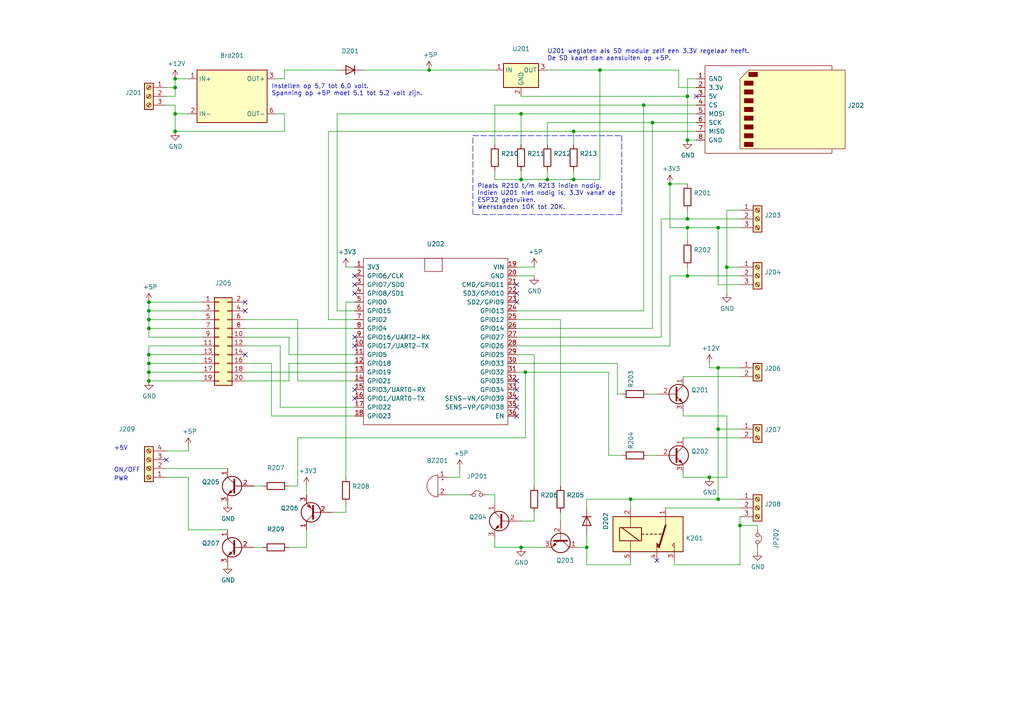
<source format=kicad_sch>
(kicad_sch (version 20211123) (generator eeschema)
  (paper "A4")
  (title_block (title "Brewboard") (date "2021-07-05") (rev "1.2") (company "MBSE") (comment 1 "Mainboard"))
  (lib_symbols
    (symbol "Connector:Screw_Terminal_01x02" (pin_names (offset 1.016) hide)
      (property "Reference" "J" (at 0 2.54 0))
      (property "Value" "Screw_Terminal_01x02" (at 0 -5.08 0))
      (symbol "Screw_Terminal_01x02_1_1"
        (rectangle (start -1.27 1.27) (end 1.27 -3.81) (stroke (width 0.254)) (fill (type background)))
        (circle (center 0 -2.54) (radius 0.635) (stroke (width 0.1524)))
        (polyline (pts (xy -0.5334 -2.2098) (xy 0.3302 -3.048)) (stroke (width 0.1524)))
        (polyline (pts (xy -0.5334 0.3302) (xy 0.3302 -0.508)) (stroke (width 0.1524)))
        (polyline (pts (xy -0.3556 -2.032) (xy 0.508 -2.8702)) (stroke (width 0.1524)))
        (polyline (pts (xy -0.3556 0.508) (xy 0.508 -0.3302)) (stroke (width 0.1524)))
        (circle (center 0 0) (radius 0.635) (stroke (width 0.1524)))
        (pin passive line (at -5.08 0 0) (length 3.81) (name "Pin_1") (number "1"))
        (pin passive line (at -5.08 -2.54 0) (length 3.81) (name "Pin_2") (number "2"))
      )
    )
    (symbol "Connector:Screw_Terminal_01x03" (pin_names (offset 1.016) hide)
      (property "Reference" "J" (at 0 5.08 0))
      (property "Value" "Screw_Terminal_01x03" (at 0 -5.08 0))
      (symbol "Screw_Terminal_01x03_1_1"
        (rectangle (start -1.27 3.81) (end 1.27 -3.81) (stroke (width 0.254)) (fill (type background)))
        (circle (center 0 -2.54) (radius 0.635) (stroke (width 0.1524)))
        (polyline (pts (xy -0.5334 -2.2098) (xy 0.3302 -3.048)) (stroke (width 0.1524)))
        (polyline (pts (xy -0.5334 0.3302) (xy 0.3302 -0.508)) (stroke (width 0.1524)))
        (polyline (pts (xy -0.5334 2.8702) (xy 0.3302 2.032)) (stroke (width 0.1524)))
        (polyline (pts (xy -0.3556 -2.032) (xy 0.508 -2.8702)) (stroke (width 0.1524)))
        (polyline (pts (xy -0.3556 0.508) (xy 0.508 -0.3302)) (stroke (width 0.1524)))
        (polyline (pts (xy -0.3556 3.048) (xy 0.508 2.2098)) (stroke (width 0.1524)))
        (circle (center 0 0) (radius 0.635) (stroke (width 0.1524)))
        (circle (center 0 2.54) (radius 0.635) (stroke (width 0.1524)))
        (pin passive line (at -5.08 2.54 0) (length 3.81) (name "Pin_1") (number "1"))
        (pin passive line (at -5.08 0 0) (length 3.81) (name "Pin_2") (number "2"))
        (pin passive line (at -5.08 -2.54 0) (length 3.81) (name "Pin_3") (number "3"))
      )
    )
    (symbol "Connector:Screw_Terminal_01x04" (pin_names (offset 1.016) hide)
      (property "Reference" "J" (at 0 5.08 0))
      (property "Value" "Screw_Terminal_01x04" (at 0 -7.62 0))
      (symbol "Screw_Terminal_01x04_1_1"
        (rectangle (start -1.27 3.81) (end 1.27 -6.35) (stroke (width 0.254)) (fill (type background)))
        (circle (center 0 -5.08) (radius 0.635) (stroke (width 0.1524)))
        (circle (center 0 -2.54) (radius 0.635) (stroke (width 0.1524)))
        (polyline (pts (xy -0.5334 -4.7498) (xy 0.3302 -5.588)) (stroke (width 0.1524)))
        (polyline (pts (xy -0.5334 -2.2098) (xy 0.3302 -3.048)) (stroke (width 0.1524)))
        (polyline (pts (xy -0.5334 0.3302) (xy 0.3302 -0.508)) (stroke (width 0.1524)))
        (polyline (pts (xy -0.5334 2.8702) (xy 0.3302 2.032)) (stroke (width 0.1524)))
        (polyline (pts (xy -0.3556 -4.572) (xy 0.508 -5.4102)) (stroke (width 0.1524)))
        (polyline (pts (xy -0.3556 -2.032) (xy 0.508 -2.8702)) (stroke (width 0.1524)))
        (polyline (pts (xy -0.3556 0.508) (xy 0.508 -0.3302)) (stroke (width 0.1524)))
        (polyline (pts (xy -0.3556 3.048) (xy 0.508 2.2098)) (stroke (width 0.1524)))
        (circle (center 0 0) (radius 0.635) (stroke (width 0.1524)))
        (circle (center 0 2.54) (radius 0.635) (stroke (width 0.1524)))
        (pin passive line (at -5.08 2.54 0) (length 3.81) (name "Pin_1") (number "1"))
        (pin passive line (at -5.08 0 0) (length 3.81) (name "Pin_2") (number "2"))
        (pin passive line (at -5.08 -2.54 0) (length 3.81) (name "Pin_3") (number "3"))
        (pin passive line (at -5.08 -5.08 0) (length 3.81) (name "Pin_4") (number "4"))
      )
    )
    (symbol "Connector_Generic:Conn_02x10_Odd_Even" (pin_names (offset 1.016) hide)
      (property "Reference" "J" (at 1.27 12.7 0))
      (property "Value" "Conn_02x10_Odd_Even" (at 1.27 -15.24 0))
      (symbol "Conn_02x10_Odd_Even_1_1"
        (rectangle (start -1.27 -12.573) (end 0 -12.827) (stroke (width 0.1524)))
        (rectangle (start -1.27 -10.033) (end 0 -10.287) (stroke (width 0.1524)))
        (rectangle (start -1.27 -7.493) (end 0 -7.747) (stroke (width 0.1524)))
        (rectangle (start -1.27 -4.953) (end 0 -5.207) (stroke (width 0.1524)))
        (rectangle (start -1.27 -2.413) (end 0 -2.667) (stroke (width 0.1524)))
        (rectangle (start -1.27 0.127) (end 0 -0.127) (stroke (width 0.1524)))
        (rectangle (start -1.27 2.667) (end 0 2.413) (stroke (width 0.1524)))
        (rectangle (start -1.27 5.207) (end 0 4.953) (stroke (width 0.1524)))
        (rectangle (start -1.27 7.747) (end 0 7.493) (stroke (width 0.1524)))
        (rectangle (start -1.27 10.287) (end 0 10.033) (stroke (width 0.1524)))
        (rectangle (start -1.27 11.43) (end 3.81 -13.97) (stroke (width 0.254)) (fill (type background)))
        (rectangle (start 3.81 -12.573) (end 2.54 -12.827) (stroke (width 0.1524)))
        (rectangle (start 3.81 -10.033) (end 2.54 -10.287) (stroke (width 0.1524)))
        (rectangle (start 3.81 -7.493) (end 2.54 -7.747) (stroke (width 0.1524)))
        (rectangle (start 3.81 -4.953) (end 2.54 -5.207) (stroke (width 0.1524)))
        (rectangle (start 3.81 -2.413) (end 2.54 -2.667) (stroke (width 0.1524)))
        (rectangle (start 3.81 0.127) (end 2.54 -0.127) (stroke (width 0.1524)))
        (rectangle (start 3.81 2.667) (end 2.54 2.413) (stroke (width 0.1524)))
        (rectangle (start 3.81 5.207) (end 2.54 4.953) (stroke (width 0.1524)))
        (rectangle (start 3.81 7.747) (end 2.54 7.493) (stroke (width 0.1524)))
        (rectangle (start 3.81 10.287) (end 2.54 10.033) (stroke (width 0.1524)))
        (pin passive line (at -5.08 10.16 0) (length 3.81) (name "Pin_1") (number "1"))
        (pin passive line (at 7.62 0 180) (length 3.81) (name "Pin_10") (number "10"))
        (pin passive line (at -5.08 -2.54 0) (length 3.81) (name "Pin_11") (number "11"))
        (pin passive line (at 7.62 -2.54 180) (length 3.81) (name "Pin_12") (number "12"))
        (pin passive line (at -5.08 -5.08 0) (length 3.81) (name "Pin_13") (number "13"))
        (pin passive line (at 7.62 -5.08 180) (length 3.81) (name "Pin_14") (number "14"))
        (pin passive line (at -5.08 -7.62 0) (length 3.81) (name "Pin_15") (number "15"))
        (pin passive line (at 7.62 -7.62 180) (length 3.81) (name "Pin_16") (number "16"))
        (pin passive line (at -5.08 -10.16 0) (length 3.81) (name "Pin_17") (number "17"))
        (pin passive line (at 7.62 -10.16 180) (length 3.81) (name "Pin_18") (number "18"))
        (pin passive line (at -5.08 -12.7 0) (length 3.81) (name "Pin_19") (number "19"))
        (pin passive line (at 7.62 10.16 180) (length 3.81) (name "Pin_2") (number "2"))
        (pin passive line (at 7.62 -12.7 180) (length 3.81) (name "Pin_20") (number "20"))
        (pin passive line (at -5.08 7.62 0) (length 3.81) (name "Pin_3") (number "3"))
        (pin passive line (at 7.62 7.62 180) (length 3.81) (name "Pin_4") (number "4"))
        (pin passive line (at -5.08 5.08 0) (length 3.81) (name "Pin_5") (number "5"))
        (pin passive line (at 7.62 5.08 180) (length 3.81) (name "Pin_6") (number "6"))
        (pin passive line (at -5.08 2.54 0) (length 3.81) (name "Pin_7") (number "7"))
        (pin passive line (at 7.62 2.54 180) (length 3.81) (name "Pin_8") (number "8"))
        (pin passive line (at -5.08 0 0) (length 3.81) (name "Pin_9") (number "9"))
      )
    )
    (symbol "Converter_DCDC:OKI-78SR-3.3_1.5-W36-C"
      (property "Reference" "U" (at -3.81 3.175 0))
      (property "Value" "OKI-78SR-3.3_1.5-W36-C" (at 0 3.175 0))
      (symbol "OKI-78SR-3.3_1.5-W36-C_0_1"
        (rectangle (start -5.08 1.905) (end 5.08 -5.08) (stroke (width 0.254)) (fill (type background)))
      )
      (symbol "OKI-78SR-3.3_1.5-W36-C_1_1"
        (pin power_in line (at -7.62 0 0) (length 2.54) (name "IN") (number "1"))
        (pin power_in line (at 0 -7.62 90) (length 2.54) (name "GND") (number "2"))
        (pin power_out line (at 7.62 0 180) (length 2.54) (name "OUT") (number "3"))
      )
    )
    (symbol "Device:Buzzer" (pin_names (offset 0.0254) hide)
      (property "Reference" "BZ" (at 3.81 1.27 0))
      (property "Value" "Buzzer" (at 3.81 -1.27 0))
      (symbol "Buzzer_0_1"
        (arc (start 0 -3.175) (mid 3.175 0) (end 0 3.175))
        (polyline (pts (xy -1.651 1.905) (xy -1.143 1.905)))
        (polyline (pts (xy -1.397 2.159) (xy -1.397 1.651)))
        (polyline (pts (xy 0 3.175) (xy 0 -3.175)))
      )
      (symbol "Buzzer_1_1"
        (pin passive line (at -2.54 2.54 0) (length 2.54) (name "-") (number "1"))
        (pin passive line (at -2.54 -2.54 0) (length 2.54) (name "+") (number "2"))
      )
    )
    (symbol "Device:Q_PNP_CBE" (pin_names (offset 0) hide)
      (property "Reference" "Q" (at 5.08 1.27 0))
      (property "Value" "Q_PNP_CBE" (at 5.08 -1.27 0))
      (symbol "Q_PNP_CBE_0_1"
        (polyline (pts (xy 0.635 0.635) (xy 2.54 2.54)))
        (polyline (pts (xy 0.635 -0.635) (xy 2.54 -2.54) (xy 2.54 -2.54)))
        (polyline (pts (xy 0.635 1.905) (xy 0.635 -1.905) (xy 0.635 -1.905)) (stroke (width 0.508)))
        (polyline (pts (xy 2.286 -1.778) (xy 1.778 -2.286) (xy 1.27 -1.27) (xy 2.286 -1.778) (xy 2.286 -1.778)) (fill (type outline)))
        (circle (center 1.27 0) (radius 2.8194) (stroke (width 0.254)))
      )
      (symbol "Q_PNP_CBE_1_1"
        (pin passive line (at 2.54 5.08 270) (length 2.54) (name "C") (number "1"))
        (pin input line (at -5.08 0 0) (length 5.715) (name "B") (number "2"))
        (pin passive line (at 2.54 -5.08 90) (length 2.54) (name "E") (number "3"))
      )
    )
    (symbol "Device:R" (pin_numbers hide) (pin_names (offset 0))
      (property "Reference" "R" (at 2.032 0 90))
      (property "Value" "R" (at 0 0 90))
      (symbol "R_0_1"
        (rectangle (start -1.016 -2.54) (end 1.016 2.54) (stroke (width 0.254)))
      )
      (symbol "R_1_1"
        (pin passive line (at 0 3.81 270) (length 1.27) (name "~") (number "1"))
        (pin passive line (at 0 -3.81 90) (length 1.27) (name "~") (number "2"))
      )
    )
    (symbol "Diode:1N4148" (pin_numbers hide) (pin_names (offset 1.016) hide)
      (property "Reference" "D" (at 0 2.54 0))
      (property "Value" "1N4148" (at 0 -2.54 0))
      (symbol "1N4148_0_1"
        (polyline (pts (xy -1.27 1.27) (xy -1.27 -1.27)) (stroke (width 0.254)))
        (polyline (pts (xy 1.27 0) (xy -1.27 0)))
        (polyline (pts (xy 1.27 1.27) (xy 1.27 -1.27) (xy -1.27 0) (xy 1.27 1.27)) (stroke (width 0.254)))
      )
      (symbol "1N4148_1_1"
        (pin passive line (at -3.81 0 0) (length 2.54) (name "K") (number "1"))
        (pin passive line (at 3.81 0 180) (length 2.54) (name "A") (number "2"))
      )
    )
    (symbol "ESP32-DOIT-Devkit-V1:DOIT-ESP32-DEVKIT-V1" (pin_names (offset 1.016))
      (property "Reference" "U" (at 1.27 -49.53 0))
      (property "Value" "DOIT-ESP32-DEVKIT-V1" (at 0 -52.07 0))
      (symbol "DOIT-ESP32-DEVKIT-V1_0_1"
        (rectangle (start -20.32 -48.26) (end 21.59 0))
        (rectangle (start 2.54 0) (end -2.54 -3.81))
      )
      (symbol "DOIT-ESP32-DEVKIT-V1_1_1"
        (pin power_out line (at -22.86 -2.54 0) (length 2.54) (name "3V3") (number "1"))
        (pin output line (at -22.86 -25.4 0) (length 2.54) (name "GPIO17/UART2-TX") (number "10"))
        (pin bidirectional line (at -22.86 -27.94 0) (length 2.54) (name "GPIO5") (number "11"))
        (pin bidirectional line (at -22.86 -30.48 0) (length 2.54) (name "GPIO18") (number "12"))
        (pin bidirectional line (at -22.86 -33.02 0) (length 2.54) (name "GPIO19") (number "13"))
        (pin bidirectional line (at -22.86 -35.56 0) (length 2.54) (name "GPIO21") (number "14"))
        (pin input line (at -22.86 -38.1 0) (length 2.54) (name "GPIO3/UART0-RX") (number "15"))
        (pin output line (at -22.86 -40.64 0) (length 2.54) (name "GPIO1/UART0-TX") (number "16"))
        (pin bidirectional line (at -22.86 -43.18 0) (length 2.54) (name "GPIO22") (number "17"))
        (pin bidirectional line (at -22.86 -45.72 0) (length 2.54) (name "GPIO23") (number "18"))
        (pin power_in line (at 24.13 -2.54 180) (length 2.54) (name "VIN") (number "19"))
        (pin unspecified line (at -22.86 -5.08 0) (length 2.54) (name "GPIO6/CLK") (number "2"))
        (pin power_in line (at 24.13 -5.08 180) (length 2.54) (name "GND") (number "20"))
        (pin unspecified line (at 24.13 -7.62 180) (length 2.54) (name "CMD/GPIO11") (number "21"))
        (pin unspecified line (at 24.13 -10.16 180) (length 2.54) (name "SD3/GPIO10") (number "22"))
        (pin unspecified line (at 24.13 -12.7 180) (length 2.54) (name "SD2/GPIO9") (number "23"))
        (pin bidirectional line (at 24.13 -15.24 180) (length 2.54) (name "GPIO13") (number "24"))
        (pin bidirectional line (at 24.13 -17.78 180) (length 2.54) (name "GPIO12") (number "25"))
        (pin bidirectional line (at 24.13 -20.32 180) (length 2.54) (name "GPIO14") (number "26"))
        (pin bidirectional line (at 24.13 -22.86 180) (length 2.54) (name "GPIO27") (number "27"))
        (pin bidirectional line (at 24.13 -25.4 180) (length 2.54) (name "GPIO26") (number "28"))
        (pin bidirectional line (at 24.13 -27.94 180) (length 2.54) (name "GPIO25") (number "29"))
        (pin unspecified line (at -22.86 -7.62 0) (length 2.54) (name "GPIO7/SD0") (number "3"))
        (pin bidirectional line (at 24.13 -30.48 180) (length 2.54) (name "GPIO33") (number "30"))
        (pin bidirectional line (at 24.13 -33.02 180) (length 2.54) (name "GPIO32") (number "31"))
        (pin bidirectional line (at 24.13 -35.56 180) (length 2.54) (name "GPIO35") (number "32"))
        (pin bidirectional line (at 24.13 -38.1 180) (length 2.54) (name "GPIO34") (number "33"))
        (pin bidirectional line (at 24.13 -40.64 180) (length 2.54) (name "SENS-VN/GPIO39") (number "34"))
        (pin bidirectional line (at 24.13 -43.18 180) (length 2.54) (name "SENS-VP/GPIO38") (number "35"))
        (pin input line (at 24.13 -45.72 180) (length 2.54) (name "EN") (number "36"))
        (pin unspecified line (at -22.86 -10.16 0) (length 2.54) (name "GPIO8/SD1") (number "4"))
        (pin bidirectional line (at -22.86 -12.7 0) (length 2.54) (name "GPIO0") (number "5"))
        (pin bidirectional line (at -22.86 -15.24 0) (length 2.54) (name "GPIO15") (number "6"))
        (pin bidirectional line (at -22.86 -17.78 0) (length 2.54) (name "GPIO2") (number "7"))
        (pin bidirectional line (at -22.86 -20.32 0) (length 2.54) (name "GPIO4") (number "8"))
        (pin input line (at -22.86 -22.86 0) (length 2.54) (name "GPIO16/UART2-RX") (number "9"))
      )
    )
    (symbol "Relay:G5LE-1"
      (property "Reference" "K" (at 11.43 3.81 0))
      (property "Value" "G5LE-1" (at 11.43 1.27 0))
      (symbol "G5LE-1_0_0"
        (polyline (pts (xy 7.62 5.08) (xy 7.62 2.54) (xy 6.985 3.175) (xy 7.62 3.81)))
      )
      (symbol "G5LE-1_0_1"
        (rectangle (start -10.16 5.08) (end 10.16 -5.08) (stroke (width 0.254)) (fill (type background)))
        (rectangle (start -8.255 1.905) (end -1.905 -1.905) (stroke (width 0.254)))
        (polyline (pts (xy -7.62 -1.905) (xy -2.54 1.905)) (stroke (width 0.254)))
        (polyline (pts (xy -5.08 -5.08) (xy -5.08 -1.905)))
        (polyline (pts (xy -5.08 5.08) (xy -5.08 1.905)))
        (polyline (pts (xy -1.905 0) (xy -1.27 0)) (stroke (width 0.254)))
        (polyline (pts (xy -0.635 0) (xy 0 0)) (stroke (width 0.254)))
        (polyline (pts (xy 0.635 0) (xy 1.27 0)) (stroke (width 0.254)))
        (polyline (pts (xy 1.905 0) (xy 2.54 0)) (stroke (width 0.254)))
        (polyline (pts (xy 3.175 0) (xy 3.81 0)) (stroke (width 0.254)))
        (polyline (pts (xy 5.08 -2.54) (xy 3.175 3.81)) (stroke (width 0.508)))
        (polyline (pts (xy 5.08 -2.54) (xy 5.08 -5.08)))
        (polyline (pts (xy 2.54 5.08) (xy 2.54 2.54) (xy 3.175 3.175) (xy 2.54 3.81)) (fill (type outline)))
      )
      (symbol "G5LE-1_1_1"
        (pin passive line (at 5.08 -7.62 90) (length 2.54) (name "~") (number "1"))
        (pin passive line (at -5.08 -7.62 90) (length 2.54) (name "~") (number "2"))
        (pin passive line (at 7.62 7.62 270) (length 2.54) (name "~") (number "3"))
        (pin passive line (at 2.54 7.62 270) (length 2.54) (name "~") (number "4"))
        (pin passive line (at -5.08 7.62 270) (length 2.54) (name "~") (number "5"))
      )
    )
    (symbol "TFT-SD:LM2596"
      (property "Reference" "Brd" (at -8.89 8.89 0))
      (property "Value" "LM2596" (at 1.27 8.89 0))
      (symbol "LM2596_0_1"
        (rectangle (start -10.16 7.62) (end 10.16 -7.62) (stroke (width 0.254)) (fill (type background)))
      )
      (symbol "LM2596_1_1"
        (pin power_in line (at -12.7 5.08 0) (length 2.54) (name "IN+") (number "1"))
        (pin power_in line (at -12.7 -5.08 0) (length 2.54) (name "IN-") (number "2"))
        (pin power_out line (at 12.7 5.08 180) (length 2.54) (name "OUT+") (number "3"))
        (pin power_out line (at 12.7 -5.08 180) (length 2.54) (name "OUT-") (number "6"))
      )
    )
    (symbol "TFT-SD:SD_Card_Module" (pin_names (offset 1.016))
      (property "Reference" "J" (at -19.05 13.97 0))
      (property "Value" "SD_Card_Module" (at 8.89 13.97 0))
      (symbol "SD_Card_Module_0_1"
        (rectangle (start -8.89 -9.525) (end -6.35 -10.795) (fill (type outline)))
        (rectangle (start -8.89 -6.985) (end -6.35 -8.255) (fill (type outline)))
        (rectangle (start -8.89 -4.445) (end -6.35 -5.715) (fill (type outline)))
        (rectangle (start -8.89 -1.905) (end -6.35 -3.175) (fill (type outline)))
        (rectangle (start -8.89 0.635) (end -6.35 -0.635) (fill (type outline)))
        (rectangle (start -8.89 3.175) (end -6.35 1.905) (fill (type outline)))
        (rectangle (start -8.89 5.715) (end -6.35 4.445) (fill (type outline)))
        (rectangle (start -8.89 8.255) (end -6.35 6.985) (fill (type outline)))
        (rectangle (start -7.62 10.795) (end -5.08 9.525) (fill (type outline)))
        (polyline (pts (xy -10.16 8.89) (xy -7.62 11.43) (xy 20.32 11.43) (xy 20.32 -11.43) (xy -10.16 -11.43) (xy -10.16 8.89)) (fill (type background)))
        (polyline (pts (xy 16.51 11.43) (xy 16.51 12.7) (xy -20.32 12.7) (xy -20.32 -12.7) (xy 16.51 -12.7) (xy 16.51 -11.43)))
      )
      (symbol "SD_Card_Module_1_1"
        (pin power_in line (at -22.86 8.89 0) (length 2.54) (name "GND") (number "1"))
        (pin power_in line (at -22.86 6.35 0) (length 2.54) (name "3.3V") (number "2"))
        (pin power_in line (at -22.86 3.81 0) (length 2.54) (name "5V") (number "3"))
        (pin input line (at -22.86 1.27 0) (length 2.54) (name "CS") (number "4"))
        (pin input line (at -22.86 -1.27 0) (length 2.54) (name "MOSI") (number "5"))
        (pin input line (at -22.86 -3.81 0) (length 2.54) (name "SCK") (number "6"))
        (pin output line (at -22.86 -6.35 0) (length 2.54) (name "MISO") (number "7"))
        (pin power_in line (at -22.86 -8.89 0) (length 2.54) (name "GND") (number "8"))
      )
    )
    (symbol "Transistor_BJT:BC413C" (pin_names (offset 0) hide)
      (property "Reference" "Q" (at 5.08 1.905 0))
      (property "Value" "BC413C" (at 5.08 0 0))
      (symbol "BC413C_0_1"
        (polyline (pts (xy 0 0) (xy 0.635 0)))
        (polyline (pts (xy 0.635 0.635) (xy 2.54 2.54)))
        (polyline (pts (xy 0.635 -0.635) (xy 2.54 -2.54) (xy 2.54 -2.54)))
        (polyline (pts (xy 0.635 1.905) (xy 0.635 -1.905) (xy 0.635 -1.905)) (stroke (width 0.508)))
        (polyline (pts (xy 1.27 -1.778) (xy 1.778 -1.27) (xy 2.286 -2.286) (xy 1.27 -1.778) (xy 1.27 -1.778)) (fill (type outline)))
        (circle (center 1.27 0) (radius 2.8194) (stroke (width 0.254)))
      )
      (symbol "BC413C_1_1"
        (pin passive line (at 2.54 5.08 270) (length 2.54) (name "C") (number "1"))
        (pin input line (at -5.08 0 0) (length 5.08) (name "B") (number "2"))
        (pin passive line (at 2.54 -5.08 90) (length 2.54) (name "E") (number "3"))
      )
    )
    (symbol "brewboard-rescue:+3.3V-power" (power) (pin_names (offset 0))
      (property "Value" "+3.3V-power" (at 0 3.556 0))
      (symbol "+3.3V-power_0_1"
        (polyline (pts (xy -0.762 1.27) (xy 0 2.54)))
        (polyline (pts (xy 0 0) (xy 0 2.54)))
        (polyline (pts (xy 0 2.54) (xy 0.762 1.27)))
      )
      (symbol "+3.3V-power_1_1"
        (pin power_in line (at 0 0 90) (length 0) hide (name "+3V3") (number "1"))
      )
    )
    (symbol "brewboard-rescue:Jumper_NC_Small-Device" (pin_numbers hide) (pin_names (offset 0.762) hide)
      (property "Reference" "JP" (at 0 2.032 0))
      (property "Value" "Jumper_NC_Small-Device" (at 0.254 -1.524 0))
      (symbol "Jumper_NC_Small-Device_0_1"
        (circle (center -1.016 0) (radius 0.508))
        (circle (center 1.016 0) (radius 0.508))
        (arc (start 1.016 0.762) (mid 0 1.1828) (end -1.016 0.762))
        (pin passive line (at -2.54 0 0) (length 1.016) (name "1") (number "1"))
        (pin passive line (at 2.54 0 180) (length 1.016) (name "2") (number "2"))
      )
    )
    (symbol "power:+12V" (power) (pin_names (offset 0))
      (property "Value" "+12V" (at 0 3.556 0))
      (symbol "+12V_0_1"
        (polyline (pts (xy -0.762 1.27) (xy 0 2.54)))
        (polyline (pts (xy 0 0) (xy 0 2.54)))
        (polyline (pts (xy 0 2.54) (xy 0.762 1.27)))
      )
      (symbol "+12V_1_1"
        (pin power_in line (at 0 0 90) (length 0) hide (name "+12V") (number "1"))
      )
    )
    (symbol "power:+5P" (power) (pin_names (offset 0))
      (property "Value" "+5P" (at 0 3.556 0))
      (symbol "+5P_0_1"
        (polyline (pts (xy -0.762 1.27) (xy 0 2.54)))
        (polyline (pts (xy 0 0) (xy 0 2.54)))
        (polyline (pts (xy 0 2.54) (xy 0.762 1.27)))
      )
      (symbol "+5P_1_1"
        (pin power_in line (at 0 0 90) (length 0) hide (name "+5P") (number "1"))
      )
    )
    (symbol "power:GND" (power) (pin_names (offset 0))
      (property "Value" "GND" (at 0 -3.81 0))
      (symbol "GND_0_1"
        (polyline (pts (xy 0 0) (xy 0 -1.27) (xy 1.27 -1.27) (xy 0 -2.54) (xy -1.27 -1.27) (xy 0 -1.27)))
      )
      (symbol "GND_1_1"
        (pin power_in line (at 0 0 270) (length 0) hide (name "GND") (number "1"))
      )
    )
  )
  (junction (at 166.37 52.07))
  (junction (at 170.18 158.75))
  (junction (at 210.82 77.47))
  (junction (at 199.39 27.94))
  (junction (at 173.99 20.32))
  (junction (at 214.63 152.4))
  (junction (at 43.18 92.71))
  (junction (at 43.18 105.41))
  (junction (at 151.13 52.07))
  (junction (at 50.8 38.1))
  (junction (at 186.69 30.48))
  (junction (at 189.23 35.56))
  (junction (at 50.8 25.4))
  (junction (at 50.8 33.02))
  (junction (at 208.28 124.46))
  (junction (at 158.75 52.07))
  (junction (at 208.28 106.68))
  (junction (at 43.18 102.87))
  (junction (at 43.18 95.25))
  (junction (at 43.18 90.17))
  (junction (at 166.37 38.1))
  (junction (at 50.8 22.86))
  (junction (at 199.39 63.5))
  (junction (at 124.46 20.32))
  (junction (at 205.74 138.43))
  (junction (at 182.88 144.78))
  (junction (at 199.39 66.04))
  (junction (at 208.28 144.78))
  (junction (at 43.18 110.49))
  (junction (at 43.18 87.63))
  (junction (at 151.13 33.02))
  (junction (at 199.39 80.01))
  (junction (at 151.13 158.75))
  (junction (at 208.28 66.04))
  (junction (at 152.4 107.95))
  (junction (at 43.18 107.95))
  (junction (at 199.39 40.64))
  (junction (at 194.31 53.34))
  (no_connect (at 102.87 113.03))
  (no_connect (at 149.86 87.63))
  (no_connect (at 71.12 87.63))
  (no_connect (at 149.86 113.03))
  (no_connect (at 102.87 85.09))
  (no_connect (at 71.12 90.17))
  (no_connect (at 149.86 82.55))
  (no_connect (at 201.93 27.94))
  (no_connect (at 102.87 82.55))
  (no_connect (at 71.12 102.87))
  (no_connect (at 102.87 80.01))
  (no_connect (at 149.86 118.11))
  (no_connect (at 48.26 133.35))
  (no_connect (at 149.86 120.65))
  (no_connect (at 149.86 85.09))
  (no_connect (at 102.87 115.57))
  (no_connect (at 102.87 97.79))
  (no_connect (at 149.86 110.49))
  (no_connect (at 190.5 162.56))
  (no_connect (at 102.87 100.33))
  (no_connect (at 149.86 115.57))
  (wire (pts (xy 170.18 163.83) (xy 170.18 158.75)))
  (wire (pts (xy 100.33 146.05) (xy 100.33 148.59)))
  (wire (pts (xy 102.87 90.17) (xy 97.79 90.17)))
  (wire (pts (xy 179.07 114.3) (xy 180.34 114.3)))
  (wire (pts (xy 151.13 52.07) (xy 158.75 52.07)))
  (wire (pts (xy 199.39 63.5) (xy 199.39 60.96)))
  (wire (pts (xy 83.82 97.79) (xy 83.82 102.87)))
  (wire (pts (xy 199.39 22.86) (xy 199.39 27.94)))
  (wire (pts (xy 199.39 69.85) (xy 199.39 66.04)))
  (wire (pts (xy 43.18 90.17) (xy 43.18 87.63)))
  (wire (pts (xy 199.39 80.01) (xy 199.39 77.47)))
  (wire (pts (xy 43.18 102.87) (xy 43.18 105.41)))
  (wire (pts (xy 86.36 110.49) (xy 102.87 110.49)))
  (wire (pts (xy 166.37 52.07) (xy 173.99 52.07)))
  (wire (pts (xy 170.18 144.78) (xy 170.18 147.32)))
  (wire (pts (xy 186.69 30.48) (xy 143.51 30.48)))
  (wire (pts (xy 191.77 63.5) (xy 191.77 97.79)))
  (wire (pts (xy 43.18 87.63) (xy 58.42 87.63)))
  (wire (pts (xy 208.28 144.78) (xy 214.63 144.78)))
  (wire (pts (xy 166.37 38.1) (xy 166.37 41.91)))
  (wire (pts (xy 58.42 107.95) (xy 43.18 107.95)))
  (wire (pts (xy 167.64 158.75) (xy 170.18 158.75)))
  (wire (pts (xy 198.12 138.43) (xy 198.12 137.16)))
  (wire (pts (xy 80.01 22.86) (xy 82.55 22.86)))
  (wire (pts (xy 50.8 38.1) (xy 82.55 38.1)))
  (wire (pts (xy 198.12 109.22) (xy 214.63 109.22)))
  (wire (pts (xy 196.85 25.4) (xy 196.85 20.32)))
  (wire (pts (xy 71.12 95.25) (xy 102.87 95.25)))
  (wire (pts (xy 214.63 149.86) (xy 214.63 152.4)))
  (wire (pts (xy 194.31 80.01) (xy 199.39 80.01)))
  (wire (pts (xy 151.13 158.75) (xy 143.51 158.75)))
  (wire (pts (xy 83.82 105.41) (xy 102.87 105.41)))
  (wire (pts (xy 170.18 158.75) (xy 170.18 154.94)))
  (wire (pts (xy 210.82 138.43) (xy 205.74 138.43)))
  (wire (pts (xy 97.79 90.17) (xy 97.79 33.02)))
  (wire (pts (xy 48.26 27.94) (xy 50.8 27.94)))
  (wire (pts (xy 191.77 97.79) (xy 149.86 97.79)))
  (wire (pts (xy 208.28 106.68) (xy 205.74 106.68)))
  (wire (pts (xy 199.39 66.04) (xy 194.31 66.04)))
  (wire (pts (xy 201.93 25.4) (xy 196.85 25.4)))
  (wire (pts (xy 154.94 80.01) (xy 149.86 80.01)))
  (wire (pts (xy 157.48 158.75) (xy 151.13 158.75)))
  (wire (pts (xy 158.75 35.56) (xy 158.75 41.91)))
  (wire (pts (xy 158.75 49.53) (xy 158.75 52.07)))
  (polyline (pts (xy 137.16 39.37) (xy 180.34 39.37)))
  (wire (pts (xy 58.42 90.17) (xy 43.18 90.17)))
  (wire (pts (xy 194.31 53.34) (xy 194.31 66.04)))
  (wire (pts (xy 43.18 110.49) (xy 58.42 110.49)))
  (wire (pts (xy 48.26 25.4) (xy 50.8 25.4)))
  (wire (pts (xy 81.28 118.11) (xy 102.87 118.11)))
  (wire (pts (xy 219.71 152.4) (xy 214.63 152.4)))
  (wire (pts (xy 152.4 107.95) (xy 152.4 127)))
  (wire (pts (xy 219.71 160.02) (xy 219.71 158.75)))
  (wire (pts (xy 43.18 107.95) (xy 43.18 110.49)))
  (wire (pts (xy 71.12 92.71) (xy 86.36 92.71)))
  (wire (pts (xy 214.63 106.68) (xy 208.28 106.68)))
  (wire (pts (xy 143.51 52.07) (xy 151.13 52.07)))
  (wire (pts (xy 143.51 143.51) (xy 140.97 143.51)))
  (wire (pts (xy 43.18 92.71) (xy 43.18 90.17)))
  (wire (pts (xy 81.28 100.33) (xy 81.28 118.11)))
  (wire (pts (xy 151.13 49.53) (xy 151.13 52.07)))
  (wire (pts (xy 151.13 41.91) (xy 151.13 33.02)))
  (wire (pts (xy 54.61 138.43) (xy 48.26 138.43)))
  (wire (pts (xy 199.39 22.86) (xy 201.93 22.86)))
  (wire (pts (xy 152.4 127) (xy 86.36 127)))
  (wire (pts (xy 100.33 148.59) (xy 96.52 148.59)))
  (wire (pts (xy 189.23 35.56) (xy 201.93 35.56)))
  (wire (pts (xy 50.8 22.86) (xy 54.61 22.86)))
  (wire (pts (xy 201.93 40.64) (xy 199.39 40.64)))
  (wire (pts (xy 173.99 20.32) (xy 158.75 20.32)))
  (wire (pts (xy 189.23 35.56) (xy 158.75 35.56)))
  (wire (pts (xy 210.82 85.09) (xy 210.82 77.47)))
  (wire (pts (xy 83.82 110.49) (xy 83.82 105.41)))
  (wire (pts (xy 208.28 124.46) (xy 214.63 124.46)))
  (wire (pts (xy 210.82 60.96) (xy 210.82 77.47)))
  (wire (pts (xy 198.12 127) (xy 214.63 127)))
  (wire (pts (xy 102.87 87.63) (xy 100.33 87.63)))
  (wire (pts (xy 208.28 124.46) (xy 208.28 144.78)))
  (wire (pts (xy 54.61 130.81) (xy 54.61 129.54)))
  (wire (pts (xy 149.86 77.47) (xy 154.94 77.47)))
  (wire (pts (xy 162.56 151.13) (xy 162.56 148.59)))
  (wire (pts (xy 100.33 77.47) (xy 102.87 77.47)))
  (wire (pts (xy 143.51 49.53) (xy 143.51 52.07)))
  (wire (pts (xy 154.94 151.13) (xy 154.94 148.59)))
  (wire (pts (xy 214.63 152.4) (xy 214.63 163.83)))
  (wire (pts (xy 182.88 144.78) (xy 170.18 144.78)))
  (wire (pts (xy 143.51 158.75) (xy 143.51 156.21)))
  (wire (pts (xy 143.51 30.48) (xy 143.51 41.91)))
  (wire (pts (xy 151.13 27.94) (xy 199.39 27.94)))
  (wire (pts (xy 151.13 151.13) (xy 154.94 151.13)))
  (wire (pts (xy 73.66 158.75) (xy 76.2 158.75)))
  (wire (pts (xy 83.82 158.75) (xy 88.9 158.75)))
  (wire (pts (xy 214.63 66.04) (xy 208.28 66.04)))
  (wire (pts (xy 158.75 52.07) (xy 166.37 52.07)))
  (wire (pts (xy 195.58 163.83) (xy 214.63 163.83)))
  (wire (pts (xy 82.55 38.1) (xy 82.55 33.02)))
  (wire (pts (xy 95.25 38.1) (xy 166.37 38.1)))
  (wire (pts (xy 43.18 97.79) (xy 43.18 95.25)))
  (wire (pts (xy 86.36 140.97) (xy 83.82 140.97)))
  (wire (pts (xy 210.82 77.47) (xy 214.63 77.47)))
  (wire (pts (xy 86.36 127) (xy 86.36 140.97)))
  (wire (pts (xy 78.74 105.41) (xy 78.74 120.65)))
  (wire (pts (xy 129.54 138.43) (xy 133.35 138.43)))
  (wire (pts (xy 82.55 20.32) (xy 97.79 20.32)))
  (wire (pts (xy 95.25 92.71) (xy 95.25 38.1)))
  (wire (pts (xy 182.88 162.56) (xy 182.88 163.83)))
  (wire (pts (xy 198.12 120.65) (xy 210.82 120.65)))
  (wire (pts (xy 124.46 20.32) (xy 143.51 20.32)))
  (wire (pts (xy 43.18 105.41) (xy 43.18 107.95)))
  (wire (pts (xy 166.37 38.1) (xy 201.93 38.1)))
  (wire (pts (xy 71.12 100.33) (xy 81.28 100.33)))
  (wire (pts (xy 149.86 100.33) (xy 194.31 100.33)))
  (wire (pts (xy 105.41 20.32) (xy 124.46 20.32)))
  (wire (pts (xy 83.82 102.87) (xy 102.87 102.87)))
  (wire (pts (xy 195.58 162.56) (xy 195.58 163.83)))
  (wire (pts (xy 82.55 33.02) (xy 80.01 33.02)))
  (wire (pts (xy 78.74 120.65) (xy 102.87 120.65)))
  (wire (pts (xy 43.18 95.25) (xy 43.18 92.71)))
  (wire (pts (xy 176.53 132.08) (xy 180.34 132.08)))
  (wire (pts (xy 58.42 92.71) (xy 43.18 92.71)))
  (wire (pts (xy 199.39 53.34) (xy 194.31 53.34)))
  (wire (pts (xy 219.71 153.67) (xy 219.71 152.4)))
  (wire (pts (xy 143.51 146.05) (xy 143.51 143.51)))
  (wire (pts (xy 205.74 138.43) (xy 198.12 138.43)))
  (wire (pts (xy 214.63 147.32) (xy 193.04 147.32)))
  (wire (pts (xy 196.85 20.32) (xy 173.99 20.32)))
  (wire (pts (xy 86.36 92.71) (xy 86.36 110.49)))
  (wire (pts (xy 149.86 95.25) (xy 189.23 95.25)))
  (wire (pts (xy 162.56 92.71) (xy 162.56 140.97)))
  (wire (pts (xy 135.89 143.51) (xy 129.54 143.51)))
  (wire (pts (xy 205.74 106.68) (xy 205.74 105.41)))
  (wire (pts (xy 50.8 27.94) (xy 50.8 25.4)))
  (wire (pts (xy 102.87 92.71) (xy 95.25 92.71)))
  (wire (pts (xy 71.12 97.79) (xy 83.82 97.79)))
  (wire (pts (xy 166.37 52.07) (xy 166.37 49.53)))
  (wire (pts (xy 182.88 144.78) (xy 182.88 147.32)))
  (wire (pts (xy 214.63 80.01) (xy 199.39 80.01)))
  (wire (pts (xy 50.8 33.02) (xy 50.8 38.1)))
  (wire (pts (xy 186.69 30.48) (xy 201.93 30.48)))
  (wire (pts (xy 199.39 27.94) (xy 199.39 40.64)))
  (wire (pts (xy 48.26 30.48) (xy 50.8 30.48)))
  (wire (pts (xy 100.33 87.63) (xy 100.33 138.43)))
  (wire (pts (xy 58.42 100.33) (xy 43.18 100.33)))
  (wire (pts (xy 71.12 105.41) (xy 78.74 105.41)))
  (wire (pts (xy 198.12 119.38) (xy 198.12 120.65)))
  (wire (pts (xy 214.63 63.5) (xy 199.39 63.5)))
  (polyline (pts (xy 137.16 62.23) (xy 137.16 39.37)))
  (wire (pts (xy 48.26 135.89) (xy 66.04 135.89)))
  (wire (pts (xy 43.18 100.33) (xy 43.18 102.87)))
  (wire (pts (xy 54.61 153.67) (xy 66.04 153.67)))
  (wire (pts (xy 54.61 33.02) (xy 50.8 33.02)))
  (wire (pts (xy 190.5 132.08) (xy 187.96 132.08)))
  (wire (pts (xy 54.61 138.43) (xy 54.61 153.67)))
  (wire (pts (xy 82.55 22.86) (xy 82.55 20.32)))
  (wire (pts (xy 214.63 60.96) (xy 210.82 60.96)))
  (wire (pts (xy 71.12 107.95) (xy 102.87 107.95)))
  (polyline (pts (xy 180.34 39.37) (xy 180.34 62.23)))
  (wire (pts (xy 50.8 30.48) (xy 50.8 33.02)))
  (wire (pts (xy 154.94 140.97) (xy 154.94 102.87)))
  (wire (pts (xy 149.86 105.41) (xy 179.07 105.41)))
  (wire (pts (xy 88.9 143.51) (xy 88.9 140.97)))
  (wire (pts (xy 149.86 90.17) (xy 186.69 90.17)))
  (wire (pts (xy 194.31 100.33) (xy 194.31 80.01)))
  (wire (pts (xy 88.9 158.75) (xy 88.9 153.67)))
  (wire (pts (xy 58.42 105.41) (xy 43.18 105.41)))
  (wire (pts (xy 149.86 107.95) (xy 152.4 107.95)))
  (polyline (pts (xy 180.34 62.23) (xy 137.16 62.23)))
  (wire (pts (xy 58.42 102.87) (xy 43.18 102.87)))
  (wire (pts (xy 58.42 95.25) (xy 43.18 95.25)))
  (wire (pts (xy 97.79 33.02) (xy 151.13 33.02)))
  (wire (pts (xy 179.07 105.41) (xy 179.07 114.3)))
  (wire (pts (xy 154.94 102.87) (xy 149.86 102.87)))
  (wire (pts (xy 176.53 107.95) (xy 176.53 132.08)))
  (wire (pts (xy 50.8 25.4) (xy 50.8 22.86)))
  (wire (pts (xy 173.99 52.07) (xy 173.99 20.32)))
  (wire (pts (xy 208.28 66.04) (xy 199.39 66.04)))
  (wire (pts (xy 199.39 63.5) (xy 191.77 63.5)))
  (wire (pts (xy 208.28 82.55) (xy 214.63 82.55)))
  (wire (pts (xy 133.35 138.43) (xy 133.35 135.89)))
  (wire (pts (xy 186.69 90.17) (xy 186.69 30.48)))
  (wire (pts (xy 71.12 110.49) (xy 83.82 110.49)))
  (wire (pts (xy 189.23 95.25) (xy 189.23 35.56)))
  (wire (pts (xy 73.66 140.97) (xy 76.2 140.97)))
  (wire (pts (xy 152.4 107.95) (xy 176.53 107.95)))
  (wire (pts (xy 58.42 97.79) (xy 43.18 97.79)))
  (wire (pts (xy 149.86 92.71) (xy 162.56 92.71)))
  (wire (pts (xy 210.82 120.65) (xy 210.82 138.43)))
  (wire (pts (xy 208.28 66.04) (xy 208.28 82.55)))
  (wire (pts (xy 182.88 163.83) (xy 170.18 163.83)))
  (wire (pts (xy 208.28 144.78) (xy 182.88 144.78)))
  (wire (pts (xy 208.28 106.68) (xy 208.28 124.46)))
  (wire (pts (xy 48.26 130.81) (xy 54.61 130.81)))
  (wire (pts (xy 190.5 114.3) (xy 187.96 114.3)))
  (wire (pts (xy 151.13 33.02) (xy 201.93 33.02)))
  (text "+5V" (at 33.02 130.81 0) (effects (font (size 1.27 1.27)) (justify left bottom)))
  (text "PWR" (at 33.02 139.7 0) (effects (font (size 1.27 1.27)) (justify left bottom)))
  (text "Plaats R210 t/m R213 indien nodig.\nIndien U201 niet nodig is, 3.3V vanaf de\nESP32 gebruiken.\nWeerstanden 10K tot 20K." (at 138.43 60.96 0) (effects (font (size 1.27 1.27)) (justify left bottom)))
  (text "ON/OFF" (at 33.02 137.16 0) (effects (font (size 1.27 1.27)) (justify left bottom)))
  (text "U201 weglaten als SD module zelf een 3.3V regelaar heeft.\nDe SD kaart dan aansluiten op +5P." (at 158.75 17.78 0) (effects (font (size 1.27 1.27)) (justify left bottom)))
  (text "Instellen op 5,7 tot 6,0 volt.\nSpanning op +5P moet 5.1 tot 5.2 volt zijn." (at 78.74 27.94 0) (effects (font (size 1.27 1.27)) (justify left bottom)))
  (symbol (lib_id "Converter_DCDC:OKI-78SR-3.3_1.5-W36-C") (at 151.13 20.32 0) (unit 1)
    (property "Reference" "U201" (at 151.13 14.1732 0))
    (property "Datasheet" "https://power.murata.com/data/power/oki-78sr.pdf" (effects hide))
  )
  (symbol (lib_id "Connector_Generic:Conn_02x10_Odd_Even") (at 63.5 97.79 0) (unit 1)
    (property "Reference" "J205" (at 64.77 82.1182 0))
  )
  (symbol (lib_id "Device:R") (at 199.39 73.66 0) (unit 1)
    (property "Reference" "R202" (at 201.168 72.4916 0) (effects (justify left)))
  )
  (symbol (lib_id "Device:R") (at 199.39 57.15 0) (unit 1)
    (property "Reference" "R201" (at 201.168 55.9816 0) (effects (justify left)))
  )
  (symbol (lib_id "Device:R") (at 184.15 114.3 90) (unit 1)
    (property "Reference" "R203" (at 182.9816 112.522 0) (effects (justify left)))
  )
  (symbol (lib_id "Device:R") (at 184.15 132.08 90) (unit 1)
    (property "Reference" "R204" (at 182.9816 130.302 0) (effects (justify left)))
  )
  (symbol (lib_id "Device:R") (at 154.94 144.78 0) (unit 1)
    (property "Reference" "R206" (at 156.718 143.6116 0) (effects (justify left)))
  )
  (symbol (lib_id "Device:R") (at 162.56 144.78 0) (unit 1)
    (property "Reference" "R205" (at 164.338 143.6116 0) (effects (justify left)))
  )
  (symbol (lib_id "Diode:1N4148") (at 101.6 20.32 0) (mirror y) (unit 1)
    (property "Reference" "D201" (at 101.6 14.8082 0))
    (property "Datasheet" "https://assets.nexperia.com/documents/data-sheet/1N4148_1N4448.pdf" (effects hide))
  )
  (symbol (lib_id "Diode:1N4148") (at 170.18 151.13 270) (unit 1)
    (property "Reference" "D202" (at 175.6918 151.13 0))
    (property "Datasheet" "https://assets.nexperia.com/documents/data-sheet/1N4148_1N4448.pdf" (effects hide))
  )
  (symbol (lib_id "Transistor_BJT:BC413C") (at 195.58 132.08 0) (unit 1)
    (property "Reference" "Q202" (at 200.4314 130.9116 0) (effects (justify left)))
    (property "Datasheet" "http://www.cdil.com/datasheets/bc413_14_b_c.pdf" (effects hide))
  )
  (symbol (lib_id "Transistor_BJT:BC413C") (at 146.05 151.13 0) (mirror y) (unit 1)
    (property "Reference" "Q204" (at 141.1986 149.9616 0) (effects (justify left)))
    (property "Datasheet" "http://www.cdil.com/datasheets/bc413_14_b_c.pdf" (effects hide))
  )
  (symbol (lib_id "Transistor_BJT:BC413C") (at 162.56 156.21 270) (unit 1)
    (property "Reference" "Q203" (at 161.29 162.56 90) (effects (justify left)))
    (property "Datasheet" "http://www.cdil.com/datasheets/bc413_14_b_c.pdf" (effects hide))
  )
  (symbol (lib_id "Transistor_BJT:BC413C") (at 195.58 114.3 0) (unit 1)
    (property "Reference" "Q201" (at 200.4314 113.1316 0) (effects (justify left)))
    (property "Datasheet" "http://www.cdil.com/datasheets/bc413_14_b_c.pdf" (effects hide))
  )
  (symbol (lib_id "Relay:G5LE-1") (at 187.96 154.94 0) (mirror x) (unit 1)
    (property "Reference" "K201" (at 198.882 156.1084 0) (effects (justify left)))
    (property "Datasheet" "http://www.omron.com/ecb/products/pdf/en-g5le.pdf" (effects hide))
  )
  (symbol (lib_id "brewboard-rescue:Jumper_NC_Small-Device") (at 138.43 143.51 0) (unit 1)
    (property "Reference" "JP201" (at 138.43 138.1252 0))
  )
  (symbol (lib_id "brewboard-rescue:Jumper_NC_Small-Device") (at 219.71 156.21 270) (unit 1)
    (property "Reference" "JP202" (at 225.0948 156.21 0))
  )
  (symbol (lib_id "Connector:Screw_Terminal_01x02") (at 219.71 106.68 0) (unit 1)
    (property "Reference" "J206" (at 221.742 106.8832 0) (effects (justify left)))
  )
  (symbol (lib_id "Connector:Screw_Terminal_01x02") (at 219.71 124.46 0) (unit 1)
    (property "Reference" "J207" (at 221.742 124.6632 0) (effects (justify left)))
  )
  (symbol (lib_id "Connector:Screw_Terminal_01x03") (at 219.71 63.5 0) (unit 1)
    (property "Reference" "J203" (at 221.742 62.4332 0) (effects (justify left)))
  )
  (symbol (lib_id "Connector:Screw_Terminal_01x03") (at 219.71 80.01 0) (unit 1)
    (property "Reference" "J204" (at 221.742 78.9432 0) (effects (justify left)))
  )
  (symbol (lib_id "Connector:Screw_Terminal_01x03") (at 219.71 147.32 0) (unit 1)
    (property "Reference" "J208" (at 221.742 146.2532 0) (effects (justify left)))
  )
  (symbol (lib_id "Connector:Screw_Terminal_01x03") (at 43.18 27.94 0) (mirror y) (unit 1)
    (property "Reference" "J201" (at 41.148 26.8732 0) (effects (justify left)))
  )
  (symbol (lib_id "power:+12V") (at 205.74 105.41 0) (unit 1)
    (property "Reference" "#PWR0211" (effects hide))
  )
  (symbol (lib_id "power:GND") (at 205.74 138.43 0) (unit 1)
    (property "Reference" "#PWR0214" (effects hide))
  )
  (symbol (lib_id "brewboard-rescue:+3.3V-power") (at 100.33 77.47 0) (unit 1)
    (property "Reference" "#PWR0206" (effects hide))
  )
  (symbol (lib_id "brewboard-rescue:+3.3V-power") (at 194.31 53.34 0) (unit 1)
    (property "Reference" "#PWR0205" (effects hide))
  )
  (symbol (lib_id "power:GND") (at 210.82 85.09 0) (unit 1)
    (property "Reference" "#PWR0209" (effects hide))
  )
  (symbol (lib_id "power:GND") (at 199.39 40.64 0) (unit 1)
    (property "Reference" "#PWR0204" (effects hide))
  )
  (symbol (lib_id "power:GND") (at 154.94 80.01 0) (unit 1)
    (property "Reference" "#PWR0208" (effects hide))
  )
  (symbol (lib_id "Transistor_BJT:BC413C") (at 68.58 158.75 0) (mirror y) (unit 1)
    (property "Reference" "Q207" (at 63.7286 157.5816 0) (effects (justify left)))
    (property "Datasheet" "http://www.cdil.com/datasheets/bc413_14_b_c.pdf" (effects hide))
  )
  (symbol (lib_id "Transistor_BJT:BC413C") (at 68.58 140.97 0) (mirror y) (unit 1)
    (property "Reference" "Q205" (at 63.7286 139.8016 0) (effects (justify left)))
    (property "Datasheet" "http://www.cdil.com/datasheets/bc413_14_b_c.pdf" (effects hide))
  )
  (symbol (lib_id "power:GND") (at 219.71 160.02 0) (unit 1)
    (property "Reference" "#PWR0216" (effects hide))
  )
  (symbol (lib_id "power:+5P") (at 54.61 129.54 0) (unit 1)
    (property "Reference" "#PWR0217" (effects hide))
  )
  (symbol (lib_id "TFT-SD:SD_Card_Module") (at 224.79 31.75 0) (unit 1)
    (property "Reference" "J202" (at 245.8212 30.5816 0) (effects (justify left)))
    (property "Datasheet" "http://portal.fciconnect.com/Comergent//fci/drawing/10067847.pdf" (effects hide))
  )
  (symbol (lib_id "TFT-SD:LM2596") (at 67.31 27.94 0) (unit 1)
    (property "Reference" "Brd201" (at 67.31 16.0782 0))
  )
  (symbol (lib_id "Connector:Screw_Terminal_01x04") (at 43.18 135.89 180) (unit 1)
    (property "Reference" "J209" (at 36.83 124.46 0))
  )
  (symbol (lib_id "power:GND") (at 151.13 158.75 0) (unit 1)
    (property "Reference" "#PWR0215" (effects hide))
  )
  (symbol (lib_id "Device:Buzzer") (at 127 140.97 0) (mirror y) (unit 1)
    (property "Reference" "BZ201" (at 126.873 133.604 0))
  )
  (symbol (lib_id "power:+5P") (at 124.46 20.32 0) (unit 1)
    (property "Reference" "#PWR0201" (effects hide))
  )
  (symbol (lib_id "power:+5P") (at 154.94 77.47 0) (unit 1)
    (property "Reference" "#PWR0207" (effects hide))
  )
  (symbol (lib_id "power:GND") (at 66.04 146.05 0) (unit 1)
    (property "Reference" "#PWR0219" (effects hide))
  )
  (symbol (lib_id "power:+5P") (at 133.35 135.89 0) (unit 1)
    (property "Reference" "#PWR0213" (effects hide))
  )
  (symbol (lib_id "ESP32-DOIT-Devkit-V1:DOIT-ESP32-DEVKIT-V1") (at 125.73 74.93 0) (unit 1)
    (property "Reference" "U202" (at 126.365 70.739 0))
  )
  (symbol (lib_id "Device:R") (at 80.01 140.97 90) (unit 1)
    (property "Reference" "R207" (at 80.01 135.7122 90))
  )
  (symbol (lib_id "Device:R") (at 80.01 158.75 90) (unit 1)
    (property "Reference" "R209" (at 80.01 153.4922 90))
  )
  (symbol (lib_id "Device:R") (at 100.33 142.24 0) (unit 1)
    (property "Reference" "R208" (at 102.108 141.0716 0) (effects (justify left)))
  )
  (symbol (lib_id "power:+5P") (at 43.18 87.63 0) (unit 1)
    (property "Reference" "#PWR0210" (effects hide))
  )
  (symbol (lib_id "power:GND") (at 43.18 110.49 0) (unit 1)
    (property "Reference" "#PWR0212" (effects hide))
  )
  (symbol (lib_id "power:GND") (at 66.04 163.83 0) (unit 1)
    (property "Reference" "#PWR0220" (effects hide))
  )
  (symbol (lib_id "Device:Q_PNP_CBE") (at 91.44 148.59 180) (unit 1)
    (property "Reference" "Q206" (at 86.5886 147.4216 0) (effects (justify left)))
  )
  (symbol (lib_id "brewboard-rescue:+3.3V-power") (at 88.9 140.97 0) (unit 1)
    (property "Reference" "#PWR0218" (effects hide))
  )
  (symbol (lib_id "power:GND") (at 50.8 38.1 0) (unit 1)
    (property "Reference" "#PWR0203" (effects hide))
  )
  (symbol (lib_id "power:+12V") (at 50.8 22.86 0) (unit 1)
    (property "Reference" "#PWR0202" (effects hide))
  )
  (symbol (lib_id "Device:R") (at 143.51 45.72 0) (unit 1)
    (property "Reference" "R210" (at 145.288 44.5516 0) (effects (justify left)))
  )
  (symbol (lib_id "Device:R") (at 151.13 45.72 0) (unit 1)
    (property "Reference" "R211" (at 152.908 44.5516 0) (effects (justify left)))
  )
  (symbol (lib_id "Device:R") (at 158.75 45.72 0) (unit 1)
    (property "Reference" "R212" (at 160.528 44.5516 0) (effects (justify left)))
  )
  (symbol (lib_id "Device:R") (at 166.37 45.72 0) (unit 1)
    (property "Reference" "R213" (at 168.148 44.5516 0) (effects (justify left)))
  )
)
</source>
